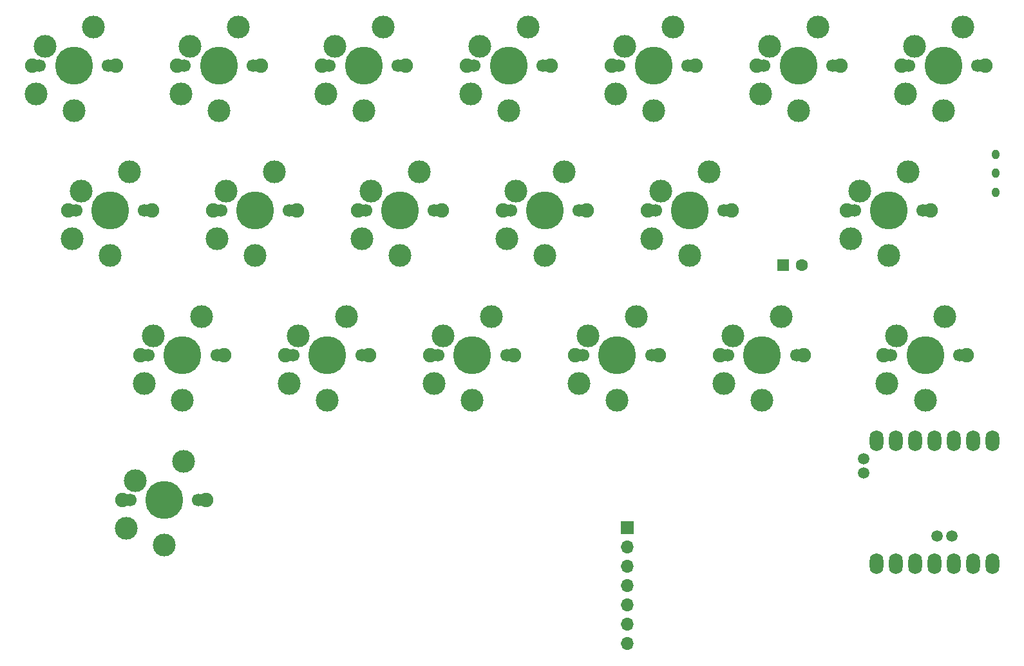
<source format=gbr>
%TF.GenerationSoftware,KiCad,Pcbnew,8.0.7*%
%TF.CreationDate,2025-01-20T20:06:26+09:00*%
%TF.ProjectId,cool937tb_R_v2,636f6f6c-3933-4377-9462-5f525f76322e,rev?*%
%TF.SameCoordinates,Original*%
%TF.FileFunction,Soldermask,Top*%
%TF.FilePolarity,Negative*%
%FSLAX46Y46*%
G04 Gerber Fmt 4.6, Leading zero omitted, Abs format (unit mm)*
G04 Created by KiCad (PCBNEW 8.0.7) date 2025-01-20 20:06:26*
%MOMM*%
%LPD*%
G01*
G04 APERTURE LIST*
%ADD10C,1.900000*%
%ADD11C,1.700000*%
%ADD12C,3.000000*%
%ADD13C,5.000000*%
%ADD14O,1.000000X1.300000*%
%ADD15R,1.700000X1.700000*%
%ADD16O,1.700000X1.700000*%
%ADD17R,1.600000X1.600000*%
%ADD18C,1.600000*%
%ADD19O,1.800000X2.750000*%
%ADD20C,1.500000*%
G04 APERTURE END LIST*
D10*
%TO.C,SW1*%
X-5500000Y0D03*
D11*
X-5080000Y0D03*
D12*
X-5000000Y-3700000D03*
D11*
X-4500000Y0D03*
D12*
X-3810000Y2540000D03*
D13*
X0Y0D03*
D12*
X0Y-5900000D03*
X2540000Y5080000D03*
D11*
X4500000Y0D03*
X5080000Y0D03*
D10*
X5500000Y0D03*
%TD*%
%TO.C,SW8*%
X84987500Y-38100000D03*
D11*
X85407500Y-38100000D03*
D12*
X85487500Y-41800000D03*
D11*
X85987500Y-38100000D03*
D12*
X86677500Y-35560000D03*
D13*
X90487500Y-38100000D03*
D12*
X90487500Y-44000000D03*
X93027500Y-33020000D03*
D11*
X94987500Y-38100000D03*
X95567500Y-38100000D03*
D10*
X95987500Y-38100000D03*
%TD*%
%TO.C,SW15*%
X65937500Y-38100000D03*
D11*
X66357500Y-38100000D03*
D12*
X66437500Y-41800000D03*
D11*
X66937500Y-38100000D03*
D12*
X67627500Y-35560000D03*
D13*
X71437500Y-38100000D03*
D12*
X71437500Y-44000000D03*
X73977500Y-33020000D03*
D11*
X75937500Y-38100000D03*
X76517500Y-38100000D03*
D10*
X76937500Y-38100000D03*
%TD*%
%TO.C,SW16*%
X108800000Y0D03*
D11*
X109220000Y0D03*
D12*
X109300000Y-3700000D03*
D11*
X109800000Y0D03*
D12*
X110490000Y2540000D03*
D13*
X114300000Y0D03*
D12*
X114300000Y-5900000D03*
X116840000Y5080000D03*
D11*
X118800000Y0D03*
X119380000Y0D03*
D10*
X119800000Y0D03*
%TD*%
D14*
%TO.C,SW21*%
X121220000Y-11620000D03*
X121220000Y-14120000D03*
X121220000Y-16620000D03*
%TD*%
D10*
%TO.C,SW13*%
X51650000Y0D03*
D11*
X52070000Y0D03*
D12*
X52150000Y-3700000D03*
D11*
X52650000Y0D03*
D12*
X53340000Y2540000D03*
D13*
X57150000Y0D03*
D12*
X57150000Y-5900000D03*
X59690000Y5080000D03*
D11*
X61650000Y0D03*
X62230000Y0D03*
D10*
X62650000Y0D03*
%TD*%
%TO.C,SW17*%
X70700000Y0D03*
D11*
X71120000Y0D03*
D12*
X71200000Y-3700000D03*
D11*
X71700000Y0D03*
D12*
X72390000Y2540000D03*
D13*
X76200000Y0D03*
D12*
X76200000Y-5900000D03*
X78740000Y5080000D03*
D11*
X80700000Y0D03*
X81280000Y0D03*
D10*
X81700000Y0D03*
%TD*%
%TO.C,SW11*%
X46887500Y-38100000D03*
D11*
X47307500Y-38100000D03*
D12*
X47387500Y-41800000D03*
D11*
X47887500Y-38100000D03*
D12*
X48577500Y-35560000D03*
D13*
X52387500Y-38100000D03*
D12*
X52387500Y-44000000D03*
X54927500Y-33020000D03*
D11*
X56887500Y-38100000D03*
X57467500Y-38100000D03*
D10*
X57887500Y-38100000D03*
%TD*%
%TO.C,SW12*%
X75462500Y-19050000D03*
D11*
X75882500Y-19050000D03*
D12*
X75962500Y-22750000D03*
D11*
X76462500Y-19050000D03*
D12*
X77152500Y-16510000D03*
D13*
X80962500Y-19050000D03*
D12*
X80962500Y-24950000D03*
X83502500Y-13970000D03*
D11*
X85462500Y-19050000D03*
X86042500Y-19050000D03*
D10*
X86462500Y-19050000D03*
%TD*%
%TO.C,SW19*%
X106418750Y-38100000D03*
D11*
X106838750Y-38100000D03*
D12*
X106918750Y-41800000D03*
D11*
X107418750Y-38100000D03*
D12*
X108108750Y-35560000D03*
D13*
X111918750Y-38100000D03*
D12*
X111918750Y-44000000D03*
X114458750Y-33020000D03*
D11*
X116418750Y-38100000D03*
X116998750Y-38100000D03*
D10*
X117418750Y-38100000D03*
%TD*%
%TO.C,SW20*%
X89750000Y0D03*
D11*
X90170000Y0D03*
D12*
X90250000Y-3700000D03*
D11*
X90750000Y0D03*
D12*
X91440000Y2540000D03*
D13*
X95250000Y0D03*
D12*
X95250000Y-5900000D03*
X97790000Y5080000D03*
D11*
X99750000Y0D03*
X100330000Y0D03*
D10*
X100750000Y0D03*
%TD*%
%TO.C,SW3*%
X8787500Y-38100000D03*
D11*
X9207500Y-38100000D03*
D12*
X9287500Y-41800000D03*
D11*
X9787500Y-38100000D03*
D12*
X10477500Y-35560000D03*
D13*
X14287500Y-38100000D03*
D12*
X14287500Y-44000000D03*
X16827500Y-33020000D03*
D11*
X18787500Y-38100000D03*
X19367500Y-38100000D03*
D10*
X19787500Y-38100000D03*
%TD*%
%TO.C,SW7*%
X27837500Y-38100000D03*
D11*
X28257500Y-38100000D03*
D12*
X28337500Y-41800000D03*
D11*
X28837500Y-38100000D03*
D12*
X29527500Y-35560000D03*
D13*
X33337500Y-38100000D03*
D12*
X33337500Y-44000000D03*
X35877500Y-33020000D03*
D11*
X37837500Y-38100000D03*
X38417500Y-38100000D03*
D10*
X38837500Y-38100000D03*
%TD*%
%TO.C,SW10*%
X37362500Y-19050000D03*
D11*
X37782500Y-19050000D03*
D12*
X37862500Y-22750000D03*
D11*
X38362500Y-19050000D03*
D12*
X39052500Y-16510000D03*
D13*
X42862500Y-19050000D03*
D12*
X42862500Y-24950000D03*
X45402500Y-13970000D03*
D11*
X47362500Y-19050000D03*
X47942500Y-19050000D03*
D10*
X48362500Y-19050000D03*
%TD*%
D15*
%TO.C,J1*%
X72730000Y-60790000D03*
D16*
X72730000Y-63330000D03*
X72730000Y-65870000D03*
X72730000Y-68410000D03*
X72730000Y-70950000D03*
X72730000Y-73490000D03*
X72730000Y-76030000D03*
%TD*%
D17*
%TO.C,J8*%
X93206250Y-26193750D03*
D18*
X95726250Y-26193750D03*
%TD*%
D10*
%TO.C,SW5*%
X13550000Y0D03*
D11*
X13970000Y0D03*
D12*
X14050000Y-3700000D03*
D11*
X14550000Y0D03*
D12*
X15240000Y2540000D03*
D13*
X19050000Y0D03*
D12*
X19050000Y-5900000D03*
X21590000Y5080000D03*
D11*
X23550000Y0D03*
X24130000Y0D03*
D10*
X24550000Y0D03*
%TD*%
%TO.C,SW6*%
X18312500Y-19050000D03*
D11*
X18732500Y-19050000D03*
D12*
X18812500Y-22750000D03*
D11*
X19312500Y-19050000D03*
D12*
X20002500Y-16510000D03*
D13*
X23812500Y-19050000D03*
D12*
X23812500Y-24950000D03*
X26352500Y-13970000D03*
D11*
X28312500Y-19050000D03*
X28892500Y-19050000D03*
D10*
X29312500Y-19050000D03*
%TD*%
%TO.C,SW9*%
X32600000Y0D03*
D11*
X33020000Y0D03*
D12*
X33100000Y-3700000D03*
D11*
X33600000Y0D03*
D12*
X34290000Y2540000D03*
D13*
X38100000Y0D03*
D12*
X38100000Y-5900000D03*
X40640000Y5080000D03*
D11*
X42600000Y0D03*
X43180000Y0D03*
D10*
X43600000Y0D03*
%TD*%
%TO.C,SW4*%
X6406250Y-57150000D03*
D11*
X6826250Y-57150000D03*
D12*
X6906250Y-60850000D03*
D11*
X7406250Y-57150000D03*
D12*
X8096250Y-54610000D03*
D13*
X11906250Y-57150000D03*
D12*
X11906250Y-63050000D03*
X14446250Y-52070000D03*
D11*
X16406250Y-57150000D03*
X16986250Y-57150000D03*
D10*
X17406250Y-57150000D03*
%TD*%
%TO.C,SW2*%
X-737500Y-19050000D03*
D11*
X-317500Y-19050000D03*
D12*
X-237500Y-22750000D03*
D11*
X262500Y-19050000D03*
D12*
X952500Y-16510000D03*
D13*
X4762500Y-19050000D03*
D12*
X4762500Y-24950000D03*
X7302500Y-13970000D03*
D11*
X9262500Y-19050000D03*
X9842500Y-19050000D03*
D10*
X10262500Y-19050000D03*
%TD*%
%TO.C,SW18*%
X101656250Y-19050000D03*
D11*
X102076250Y-19050000D03*
D12*
X102156250Y-22750000D03*
D11*
X102656250Y-19050000D03*
D12*
X103346250Y-16510000D03*
D13*
X107156250Y-19050000D03*
D12*
X107156250Y-24950000D03*
X109696250Y-13970000D03*
D11*
X111656250Y-19050000D03*
X112236250Y-19050000D03*
D10*
X112656250Y-19050000D03*
%TD*%
%TO.C,SW14*%
X56412500Y-19050000D03*
D11*
X56832500Y-19050000D03*
D12*
X56912500Y-22750000D03*
D11*
X57412500Y-19050000D03*
D12*
X58102500Y-16510000D03*
D13*
X61912500Y-19050000D03*
D12*
X61912500Y-24950000D03*
X64452500Y-13970000D03*
D11*
X66412500Y-19050000D03*
X66992500Y-19050000D03*
D10*
X67412500Y-19050000D03*
%TD*%
D19*
%TO.C,U1*%
X120806000Y-65540000D03*
X118266000Y-65540000D03*
X115726000Y-65540000D03*
X113186000Y-65540000D03*
X110646000Y-65540000D03*
X108106000Y-65540000D03*
X105566000Y-65540000D03*
X105566000Y-49300000D03*
X108106000Y-49300000D03*
X110646000Y-49300000D03*
X113186000Y-49300000D03*
X115726000Y-49300000D03*
X118266000Y-49300000D03*
X120806000Y-49300000D03*
D20*
X103874000Y-53584600D03*
X103874000Y-51705000D03*
X113503000Y-61865000D03*
X115408000Y-61865000D03*
%TD*%
M02*

</source>
